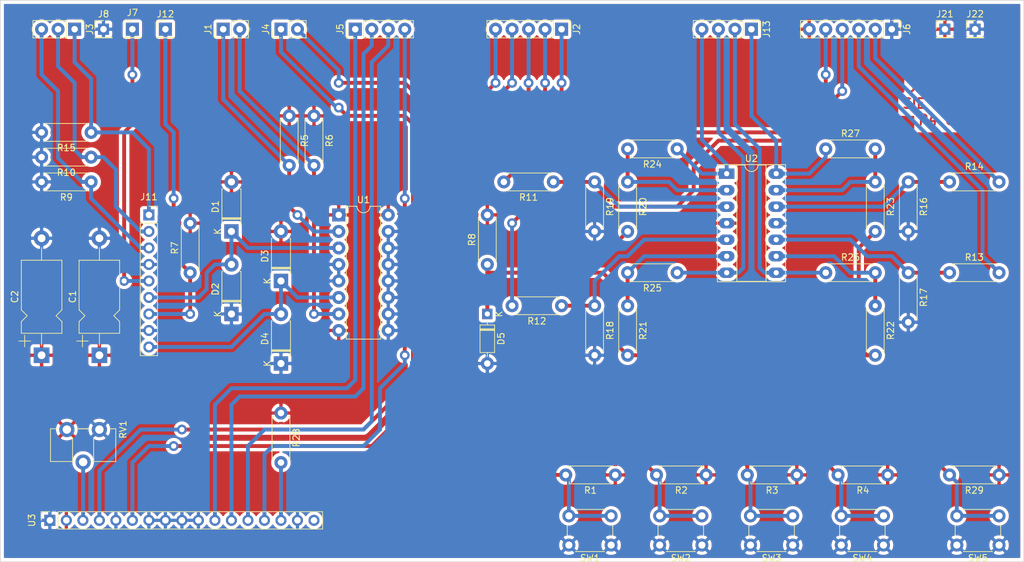
<source format=kicad_pcb>
(kicad_pcb (version 20171130) (host pcbnew 5.1.2-f72e74a~84~ubuntu18.04.1)
  (layers (0 F.Cu signal hide) (31 B.Cu signal) (34 B.Paste user) (35 F.Paste user) (36 B.SilkS user) (37 F.SilkS user) (38 B.Mask user) (39 F.Mask user) (44 Edge.Cuts user))
  (net 0 "")
  (net 1 GND)
  (net 2 "Net-(D1-Pad1)")
  (net 3 "Net-(D3-Pad1)")
  (net 4 "Net-(D5-Pad1)")
  (net 5 "Net-(J1-Pad1)")
  (net 6 "Net-(J2-Pad1)")
  (net 7 "Net-(J4-Pad1)")
  (net 8 "Net-(J5-Pad1)")
  (net 9 "Net-(J11-Pad3)")
  (net 10 "Net-(J11-Pad2)")
  (net 11 "Net-(J11-Pad7)")
  (net 12 "Net-(J13-Pad1)")
  (net 13 +5V)
  (net 14 "Net-(J1-Pad2)")
  (net 15 "Net-(J6-Pad5)")
  (net 16 "Net-(R11-Pad1)")
  (net 17 "Net-(R12-Pad1)")
  (net 18 "Net-(J6-Pad4)")
  (net 19 "Net-(J6-Pad3)")
  (net 20 "Net-(R13-Pad1)")
  (net 21 "Net-(R14-Pad1)")
  (net 22 "Net-(J6-Pad2)")
  (net 23 "Net-(R20-Pad1)")
  (net 24 "Net-(R21-Pad1)")
  (net 25 "Net-(R22-Pad1)")
  (net 26 "Net-(R23-Pad1)")
  (net 27 "Net-(J13-Pad4)")
  (net 28 "Net-(J13-Pad3)")
  (net 29 "Net-(J13-Pad2)")
  (net 30 "Net-(R28-Pad2)")
  (net 31 "Net-(RV1-Pad2)")
  (net 32 "Net-(J11-Pad5)")
  (net 33 "Net-(J2-Pad2)")
  (net 34 "Net-(J2-Pad3)")
  (net 35 "Net-(J2-Pad4)")
  (net 36 "Net-(J2-Pad5)")
  (net 37 "Net-(J11-Pad1)")
  (net 38 "Net-(J4-Pad2)")
  (net 39 "Net-(J5-Pad2)")
  (net 40 "Net-(J5-Pad3)")
  (net 41 "Net-(J5-Pad4)")
  (module Capacitor_THT:CP_Axial_L11.0mm_D6.0mm_P18.00mm_Horizontal (layer F.Cu) (at 31.75 146.05 90)
    (fp_text reference C1 (at 9 -4.12 90) (layer F.SilkS))
    (fp_text value 0.1uF)
    (pad 2 thru_hole oval (at 18 0 90) (size 2.4 2.4) (drill 1.2) (layers *.Cu *.Mask) (net 1 GND))
    (pad 1 thru_hole rect (at 0 0 90) (size 2.4 2.4) (drill 1.2) (layers *.Cu *.Mask) (net 13 +5V))
  )
  (module Capacitor_THT:CP_Axial_L11.0mm_D6.0mm_P18.00mm_Horizontal (layer F.Cu) (at 22.86 146.05 90)
    (fp_text reference C2 (at 9 -4.12 90) (layer F.SilkS))
    (fp_text value 100uF)
    (pad 1 thru_hole rect (at 0 0 90) (size 2.4 2.4) (drill 1.2) (layers *.Cu *.Mask) (net 13 +5V))
    (pad 2 thru_hole oval (at 18 0 90) (size 2.4 2.4) (drill 1.2) (layers *.Cu *.Mask) (net 1 GND))
  )
  (module Diode_THT:D_DO-41_SOD81_P7.62mm_Horizontal (layer F.Cu) (at 52.07 127 90)
    (fp_text reference D1 (at 3.81 -2.47 90) (layer F.SilkS))
    (fp_text value BA157)
    (fp_text user K (at 0 -2.1 90) (layer F.SilkS))
    (pad 2 thru_hole oval (at 7.62 0 90) (size 2.2 2.2) (drill 1.1) (layers *.Cu *.Mask) (net 13 +5V))
    (pad 1 thru_hole rect (at 0 0 90) (size 2.2 2.2) (drill 1.1) (layers *.Cu *.Mask) (net 2 "Net-(D1-Pad1)"))
  )
  (module Diode_THT:D_DO-41_SOD81_P7.62mm_Horizontal (layer F.Cu) (at 52.07 139.7 90)
    (fp_text reference D2 (at 3.81 -2.47 90) (layer F.SilkS))
    (fp_text value BA157)
    (fp_text user K (at 0 -2.1 90) (layer F.SilkS))
    (pad 1 thru_hole rect (at 0 0 90) (size 2.2 2.2) (drill 1.1) (layers *.Cu *.Mask) (net 1 GND))
    (pad 2 thru_hole oval (at 7.62 0 90) (size 2.2 2.2) (drill 1.1) (layers *.Cu *.Mask) (net 2 "Net-(D1-Pad1)"))
  )
  (module Diode_THT:D_DO-41_SOD81_P7.62mm_Horizontal (layer F.Cu) (at 59.69 134.62 90)
    (fp_text reference D3 (at 3.81 -2.47 90) (layer F.SilkS))
    (fp_text value BA157)
    (fp_text user K (at 0 -2.1 90) (layer F.SilkS))
    (pad 1 thru_hole rect (at 0 0 90) (size 2.2 2.2) (drill 1.1) (layers *.Cu *.Mask) (net 3 "Net-(D3-Pad1)"))
    (pad 2 thru_hole oval (at 7.62 0 90) (size 2.2 2.2) (drill 1.1) (layers *.Cu *.Mask) (net 13 +5V))
  )
  (module Diode_THT:D_DO-41_SOD81_P7.62mm_Horizontal (layer F.Cu) (at 59.69 147.32 90)
    (fp_text reference D4 (at 3.81 -2.47 90) (layer F.SilkS))
    (fp_text value BA157)
    (fp_text user K (at 0 -2.1 90) (layer F.SilkS))
    (pad 2 thru_hole oval (at 7.62 0 90) (size 2.2 2.2) (drill 1.1) (layers *.Cu *.Mask) (net 3 "Net-(D3-Pad1)"))
    (pad 1 thru_hole rect (at 0 0 90) (size 2.2 2.2) (drill 1.1) (layers *.Cu *.Mask) (net 1 GND))
  )
  (module Diode_THT:D_DO-35_SOD27_P7.62mm_Horizontal (layer F.Cu) (at 91.44 139.7 270)
    (fp_text reference D5 (at 3.81 -2.12 90) (layer F.SilkS))
    (fp_text value 2V4)
    (fp_text user K (at 0 -1.8 90) (layer F.SilkS))
    (pad 1 thru_hole rect (at 0 0 270) (size 1.6 1.6) (drill 0.8) (layers *.Cu *.Mask) (net 4 "Net-(D5-Pad1)"))
    (pad 2 thru_hole oval (at 7.62 0 270) (size 2 2) (drill 1) (layers *.Cu *.Mask) (net 1 GND))
  )
  (module Connector_PinHeader_2.54mm:PinHeader_1x02_P2.54mm_Vertical (layer F.Cu) (at 50.8 95.885 90)
    (fp_text reference J1 (at 0 -2.33 90) (layer F.SilkS))
    (fp_text value PWM_RD1_5___RD2_6__)
    (pad 1 thru_hole rect (at 0 0 90) (size 2 2) (drill 1) (layers *.Cu *.Mask) (net 5 "Net-(J1-Pad1)"))
    (pad 2 thru_hole oval (at 0 2.54 90) (size 2 2) (drill 1) (layers *.Cu *.Mask) (net 14 "Net-(J1-Pad2)"))
  )
  (module Connector_PinHeader_2.54mm:PinHeader_1x06_P2.54mm_Vertical (layer F.Cu) (at 153.67 95.885 270)
    (fp_text reference J6 (at 0 -2.33 90) (layer F.SilkS))
    (fp_text value HallSensorConnection)
    (pad 1 thru_hole rect (at 0 0 270) (size 2 2) (drill 1) (layers *.Cu *.Mask) (net 1 GND))
    (pad 2 thru_hole oval (at 0 2.54 270) (size 2 2) (drill 1) (layers *.Cu *.Mask) (net 22 "Net-(J6-Pad2)"))
    (pad 3 thru_hole oval (at 0 5.08 270) (size 2 2) (drill 1) (layers *.Cu *.Mask) (net 19 "Net-(J6-Pad3)"))
    (pad 4 thru_hole oval (at 0 7.62 270) (size 2 2) (drill 1) (layers *.Cu *.Mask) (net 18 "Net-(J6-Pad4)"))
    (pad 5 thru_hole oval (at 0 10.16 270) (size 2 2) (drill 1) (layers *.Cu *.Mask) (net 15 "Net-(J6-Pad5)"))
    (pad 6 thru_hole oval (at 0 12.7 270) (size 2 2) (drill 1) (layers *.Cu *.Mask) (net 13 +5V))
  )
  (module Connector_PinHeader_2.54mm:PinHeader_1x01_P2.54mm_Vertical (layer F.Cu) (at 36.83 95.885)
    (fp_text reference J7 (at 0 -2.54) (layer F.SilkS))
    (fp_text value External_8V)
    (pad 1 thru_hole rect (at 0 0) (size 2 2) (drill 1) (layers *.Cu *.Mask) (net 32 "Net-(J11-Pad5)"))
  )
  (module Connector_PinHeader_2.54mm:PinHeader_1x01_P2.54mm_Vertical (layer F.Cu) (at 41.91 95.885)
    (fp_text reference J12 (at 0 -2.33) (layer F.SilkS))
    (fp_text value S_RE3_34)
    (pad 1 thru_hole rect (at 0 0) (size 2 2) (drill 1) (layers *.Cu *.Mask) (net 11 "Net-(J11-Pad7)"))
  )
  (module Connector_PinHeader_2.54mm:PinHeader_1x04_P2.54mm_Vertical (layer F.Cu) (at 132.08 95.885 270)
    (fp_text reference J13 (at 0 -2.33 90) (layer F.SilkS))
    (fp_text value AN0_AN3_54_57_RB0_3)
    (pad 1 thru_hole rect (at 0 0 270) (size 2 2) (drill 1) (layers *.Cu *.Mask) (net 12 "Net-(J13-Pad1)"))
    (pad 2 thru_hole oval (at 0 2.54 270) (size 2 2) (drill 1) (layers *.Cu *.Mask) (net 29 "Net-(J13-Pad2)"))
    (pad 3 thru_hole oval (at 0 5.08 270) (size 2 2) (drill 1) (layers *.Cu *.Mask) (net 28 "Net-(J13-Pad3)"))
    (pad 4 thru_hole oval (at 0 7.62 270) (size 2 2) (drill 1) (layers *.Cu *.Mask) (net 27 "Net-(J13-Pad4)"))
  )
  (module Resistor_THT:R_Axial_DIN0207_L6.3mm_D2.5mm_P7.62mm_Horizontal (layer F.Cu) (at 111.125 164.465 180)
    (fp_text reference R1 (at 3.81 -2.37) (layer F.SilkS))
    (fp_text value 10k)
    (pad 2 thru_hole oval (at 7.62 0 180) (size 2 2) (drill 1) (layers *.Cu *.Mask) (net 36 "Net-(J2-Pad5)"))
    (pad 1 thru_hole oval (at 0 0 180) (size 2 2) (drill 1) (layers *.Cu *.Mask) (net 13 +5V))
  )
  (module Resistor_THT:R_Axial_DIN0207_L6.3mm_D2.5mm_P7.62mm_Horizontal (layer F.Cu) (at 125.095 164.465 180)
    (fp_text reference R2 (at 3.81 -2.37) (layer F.SilkS))
    (fp_text value 10k)
    (pad 1 thru_hole oval (at 0 0 180) (size 2 2) (drill 1) (layers *.Cu *.Mask) (net 13 +5V))
    (pad 2 thru_hole oval (at 7.62 0 180) (size 2 2) (drill 1) (layers *.Cu *.Mask) (net 35 "Net-(J2-Pad4)"))
  )
  (module Resistor_THT:R_Axial_DIN0207_L6.3mm_D2.5mm_P7.62mm_Horizontal (layer F.Cu) (at 139.065 164.465 180)
    (fp_text reference R3 (at 3.81 -2.37) (layer F.SilkS))
    (fp_text value 10k)
    (pad 2 thru_hole oval (at 7.62 0 180) (size 2 2) (drill 1) (layers *.Cu *.Mask) (net 34 "Net-(J2-Pad3)"))
    (pad 1 thru_hole oval (at 0 0 180) (size 2 2) (drill 1) (layers *.Cu *.Mask) (net 13 +5V))
  )
  (module Resistor_THT:R_Axial_DIN0207_L6.3mm_D2.5mm_P7.62mm_Horizontal (layer F.Cu) (at 153.035 164.465 180)
    (fp_text reference R4 (at 3.81 -2.37) (layer F.SilkS))
    (fp_text value 10k)
    (pad 1 thru_hole oval (at 0 0 180) (size 2 2) (drill 1) (layers *.Cu *.Mask) (net 13 +5V))
    (pad 2 thru_hole oval (at 7.62 0 180) (size 2 2) (drill 1) (layers *.Cu *.Mask) (net 33 "Net-(J2-Pad2)"))
  )
  (module Resistor_THT:R_Axial_DIN0207_L6.3mm_D2.5mm_P7.62mm_Horizontal (layer F.Cu) (at 60.96 109.22 270)
    (fp_text reference R5 (at 3.81 -2.37 90) (layer F.SilkS))
    (fp_text value 10k)
    (pad 1 thru_hole oval (at 0 0 270) (size 2 2) (drill 1) (layers *.Cu *.Mask) (net 13 +5V))
    (pad 2 thru_hole oval (at 7.62 0 270) (size 2 2) (drill 1) (layers *.Cu *.Mask) (net 5 "Net-(J1-Pad1)"))
  )
  (module Resistor_THT:R_Axial_DIN0207_L6.3mm_D2.5mm_P7.62mm_Horizontal (layer F.Cu) (at 64.77 109.22 270)
    (fp_text reference R6 (at 3.81 -2.37 90) (layer F.SilkS))
    (fp_text value 10k)
    (pad 1 thru_hole oval (at 0 0 270) (size 2 2) (drill 1) (layers *.Cu *.Mask) (net 13 +5V))
    (pad 2 thru_hole oval (at 7.62 0 270) (size 2 2) (drill 1) (layers *.Cu *.Mask) (net 14 "Net-(J1-Pad2)"))
  )
  (module Resistor_THT:R_Axial_DIN0207_L6.3mm_D2.5mm_P7.62mm_Horizontal (layer F.Cu) (at 45.72 133.35 90)
    (fp_text reference R7 (at 3.81 -2.37 90) (layer F.SilkS))
    (fp_text value 10k)
    (pad 2 thru_hole oval (at 7.62 0 90) (size 2 2) (drill 1) (layers *.Cu *.Mask) (net 13 +5V))
    (pad 1 thru_hole oval (at 0 0 90) (size 2 2) (drill 1) (layers *.Cu *.Mask) (net 11 "Net-(J11-Pad7)"))
  )
  (module Resistor_THT:R_Axial_DIN0207_L6.3mm_D2.5mm_P7.62mm_Horizontal (layer F.Cu) (at 91.44 132.08 90)
    (fp_text reference R8 (at 3.81 -2.37 90) (layer F.SilkS))
    (fp_text value 560)
    (pad 1 thru_hole oval (at 0 0 90) (size 2 2) (drill 1) (layers *.Cu *.Mask) (net 4 "Net-(D5-Pad1)"))
    (pad 2 thru_hole oval (at 7.62 0 90) (size 2 2) (drill 1) (layers *.Cu *.Mask) (net 13 +5V))
  )
  (module Resistor_THT:R_Axial_DIN0207_L6.3mm_D2.5mm_P7.62mm_Horizontal (layer F.Cu) (at 30.48 119.38 180)
    (fp_text reference R9 (at 3.81 -2.37) (layer F.SilkS))
    (fp_text value 1k)
    (pad 2 thru_hole oval (at 7.62 0 180) (size 2 2) (drill 1) (layers *.Cu *.Mask) (net 1 GND))
    (pad 1 thru_hole oval (at 0 0 180) (size 2 2) (drill 1) (layers *.Cu *.Mask) (net 9 "Net-(J11-Pad3)"))
  )
  (module Resistor_THT:R_Axial_DIN0207_L6.3mm_D2.5mm_P7.62mm_Horizontal (layer F.Cu) (at 30.48 115.57 180)
    (fp_text reference R10 (at 3.81 -2.37) (layer F.SilkS))
    (fp_text value 1k)
    (pad 1 thru_hole oval (at 0 0 180) (size 2 2) (drill 1) (layers *.Cu *.Mask) (net 10 "Net-(J11-Pad2)"))
    (pad 2 thru_hole oval (at 7.62 0 180) (size 2 2) (drill 1) (layers *.Cu *.Mask) (net 1 GND))
  )
  (module Resistor_THT:R_Axial_DIN0207_L6.3mm_D2.5mm_P7.62mm_Horizontal (layer F.Cu) (at 101.6 119.38 180)
    (fp_text reference R11 (at 3.81 -2.37) (layer F.SilkS))
    (fp_text value 10k)
    (pad 2 thru_hole oval (at 7.62 0 180) (size 2 2) (drill 1) (layers *.Cu *.Mask) (net 15 "Net-(J6-Pad5)"))
    (pad 1 thru_hole oval (at 0 0 180) (size 2 2) (drill 1) (layers *.Cu *.Mask) (net 16 "Net-(R11-Pad1)"))
  )
  (module Resistor_THT:R_Axial_DIN0207_L6.3mm_D2.5mm_P7.62mm_Horizontal (layer F.Cu) (at 102.87 138.43 180)
    (fp_text reference R12 (at 3.81 -2.37) (layer F.SilkS))
    (fp_text value 10k)
    (pad 1 thru_hole oval (at 0 0 180) (size 2 2) (drill 1) (layers *.Cu *.Mask) (net 17 "Net-(R12-Pad1)"))
    (pad 2 thru_hole oval (at 7.62 0 180) (size 2 2) (drill 1) (layers *.Cu *.Mask) (net 18 "Net-(J6-Pad4)"))
  )
  (module Resistor_THT:R_Axial_DIN0207_L6.3mm_D2.5mm_P7.62mm_Horizontal (layer F.Cu) (at 162.56 133.35)
    (fp_text reference R13 (at 3.81 -2.37) (layer F.SilkS))
    (fp_text value 10k)
    (pad 2 thru_hole oval (at 7.62 0) (size 2 2) (drill 1) (layers *.Cu *.Mask) (net 19 "Net-(J6-Pad3)"))
    (pad 1 thru_hole oval (at 0 0) (size 2 2) (drill 1) (layers *.Cu *.Mask) (net 20 "Net-(R13-Pad1)"))
  )
  (module Resistor_THT:R_Axial_DIN0207_L6.3mm_D2.5mm_P7.62mm_Horizontal (layer F.Cu) (at 162.56 119.38)
    (fp_text reference R14 (at 3.81 -2.37) (layer F.SilkS))
    (fp_text value 10k)
    (pad 1 thru_hole oval (at 0 0) (size 2 2) (drill 1) (layers *.Cu *.Mask) (net 21 "Net-(R14-Pad1)"))
    (pad 2 thru_hole oval (at 7.62 0) (size 2 2) (drill 1) (layers *.Cu *.Mask) (net 22 "Net-(J6-Pad2)"))
  )
  (module Resistor_THT:R_Axial_DIN0207_L6.3mm_D2.5mm_P7.62mm_Horizontal (layer F.Cu) (at 30.48 111.76 180)
    (fp_text reference R15 (at 3.81 -2.37) (layer F.SilkS))
    (fp_text value 1k)
    (pad 2 thru_hole oval (at 7.62 0 180) (size 2 2) (drill 1) (layers *.Cu *.Mask) (net 1 GND))
    (pad 1 thru_hole oval (at 0 0 180) (size 2 2) (drill 1) (layers *.Cu *.Mask) (net 37 "Net-(J11-Pad1)"))
  )
  (module Resistor_THT:R_Axial_DIN0207_L6.3mm_D2.5mm_P7.62mm_Horizontal (layer F.Cu) (at 156.21 119.38 270)
    (fp_text reference R16 (at 3.81 -2.37 90) (layer F.SilkS))
    (fp_text value 330k)
    (pad 2 thru_hole oval (at 7.62 0 270) (size 2 2) (drill 1) (layers *.Cu *.Mask) (net 1 GND))
    (pad 1 thru_hole oval (at 0 0 270) (size 2 2) (drill 1) (layers *.Cu *.Mask) (net 21 "Net-(R14-Pad1)"))
  )
  (module Resistor_THT:R_Axial_DIN0207_L6.3mm_D2.5mm_P7.62mm_Horizontal (layer F.Cu) (at 156.21 133.35 270)
    (fp_text reference R17 (at 3.81 -2.37 90) (layer F.SilkS))
    (fp_text value 330k)
    (pad 1 thru_hole oval (at 0 0 270) (size 2 2) (drill 1) (layers *.Cu *.Mask) (net 20 "Net-(R13-Pad1)"))
    (pad 2 thru_hole oval (at 7.62 0 270) (size 2 2) (drill 1) (layers *.Cu *.Mask) (net 1 GND))
  )
  (module Resistor_THT:R_Axial_DIN0207_L6.3mm_D2.5mm_P7.62mm_Horizontal (layer F.Cu) (at 107.95 138.43 270)
    (fp_text reference R18 (at 3.81 -2.37 90) (layer F.SilkS))
    (fp_text value 330k)
    (pad 2 thru_hole oval (at 7.62 0 270) (size 2 2) (drill 1) (layers *.Cu *.Mask) (net 1 GND))
    (pad 1 thru_hole oval (at 0 0 270) (size 2 2) (drill 1) (layers *.Cu *.Mask) (net 17 "Net-(R12-Pad1)"))
  )
  (module Resistor_THT:R_Axial_DIN0207_L6.3mm_D2.5mm_P7.62mm_Horizontal (layer F.Cu) (at 107.95 119.38 270)
    (fp_text reference R19 (at 3.81 -2.37 90) (layer F.SilkS))
    (fp_text value 330k)
    (pad 1 thru_hole oval (at 0 0 270) (size 2 2) (drill 1) (layers *.Cu *.Mask) (net 16 "Net-(R11-Pad1)"))
    (pad 2 thru_hole oval (at 7.62 0 270) (size 2 2) (drill 1) (layers *.Cu *.Mask) (net 1 GND))
  )
  (module Resistor_THT:R_Axial_DIN0207_L6.3mm_D2.5mm_P7.62mm_Horizontal (layer F.Cu) (at 113.03 119.38 270)
    (fp_text reference R20 (at 3.81 -2.37 90) (layer F.SilkS))
    (fp_text value 10k)
    (pad 1 thru_hole oval (at 0 0 270) (size 2 2) (drill 1) (layers *.Cu *.Mask) (net 23 "Net-(R20-Pad1)"))
    (pad 2 thru_hole oval (at 7.62 0 270) (size 2 2) (drill 1) (layers *.Cu *.Mask) (net 4 "Net-(D5-Pad1)"))
  )
  (module Resistor_THT:R_Axial_DIN0207_L6.3mm_D2.5mm_P7.62mm_Horizontal (layer F.Cu) (at 113.03 138.43 270)
    (fp_text reference R21 (at 3.81 -2.37 90) (layer F.SilkS))
    (fp_text value 10k)
    (pad 2 thru_hole oval (at 7.62 0 270) (size 2 2) (drill 1) (layers *.Cu *.Mask) (net 4 "Net-(D5-Pad1)"))
    (pad 1 thru_hole oval (at 0 0 270) (size 2 2) (drill 1) (layers *.Cu *.Mask) (net 24 "Net-(R21-Pad1)"))
  )
  (module Resistor_THT:R_Axial_DIN0207_L6.3mm_D2.5mm_P7.62mm_Horizontal (layer F.Cu) (at 151.13 138.43 270)
    (fp_text reference R22 (at 3.81 -2.37 90) (layer F.SilkS))
    (fp_text value 10k)
    (pad 1 thru_hole circle (at 0 0 270) (size 2 2) (drill 0.8) (layers *.Cu *.Mask) (net 25 "Net-(R22-Pad1)"))
    (pad 2 thru_hole oval (at 7.62 0 270) (size 2 2) (drill 1) (layers *.Cu *.Mask) (net 4 "Net-(D5-Pad1)"))
  )
  (module Resistor_THT:R_Axial_DIN0207_L6.3mm_D2.5mm_P7.62mm_Horizontal (layer F.Cu) (at 151.13 119.38 270)
    (fp_text reference R23 (at 3.81 -2.37 90) (layer F.SilkS))
    (fp_text value 10k)
    (pad 2 thru_hole oval (at 7.62 0 270) (size 2 2) (drill 1) (layers *.Cu *.Mask) (net 4 "Net-(D5-Pad1)"))
    (pad 1 thru_hole oval (at 0 0 270) (size 2 2) (drill 1) (layers *.Cu *.Mask) (net 26 "Net-(R23-Pad1)"))
  )
  (module Resistor_THT:R_Axial_DIN0207_L6.3mm_D2.5mm_P7.62mm_Horizontal (layer F.Cu) (at 120.65 114.3 180)
    (fp_text reference R24 (at 3.81 -2.37) (layer F.SilkS))
    (fp_text value 330k)
    (pad 2 thru_hole oval (at 7.62 0 180) (size 2 2) (drill 1) (layers *.Cu *.Mask) (net 23 "Net-(R20-Pad1)"))
    (pad 1 thru_hole oval (at 0 0 180) (size 2 2) (drill 1) (layers *.Cu *.Mask) (net 27 "Net-(J13-Pad4)"))
  )
  (module Resistor_THT:R_Axial_DIN0207_L6.3mm_D2.5mm_P7.62mm_Horizontal (layer F.Cu) (at 120.65 133.35 180)
    (fp_text reference R25 (at 3.81 -2.37) (layer F.SilkS))
    (fp_text value 330k)
    (pad 1 thru_hole oval (at 0 0 180) (size 2 2) (drill 1) (layers *.Cu *.Mask) (net 28 "Net-(J13-Pad3)"))
    (pad 2 thru_hole oval (at 7.62 0 180) (size 2 2) (drill 1) (layers *.Cu *.Mask) (net 24 "Net-(R21-Pad1)"))
  )
  (module Resistor_THT:R_Axial_DIN0207_L6.3mm_D2.5mm_P7.62mm_Horizontal (layer F.Cu) (at 143.51 133.35)
    (fp_text reference R26 (at 3.81 -2.37) (layer F.SilkS))
    (fp_text value 330k)
    (pad 1 thru_hole oval (at 0 0) (size 2 2) (drill 1) (layers *.Cu *.Mask) (net 29 "Net-(J13-Pad2)"))
    (pad 2 thru_hole oval (at 7.62 0) (size 2 2) (drill 1) (layers *.Cu *.Mask) (net 25 "Net-(R22-Pad1)"))
  )
  (module Resistor_THT:R_Axial_DIN0207_L6.3mm_D2.5mm_P7.62mm_Horizontal (layer F.Cu) (at 143.51 114.3)
    (fp_text reference R27 (at 3.81 -2.37) (layer F.SilkS))
    (fp_text value 330k)
    (pad 2 thru_hole oval (at 7.62 0) (size 2 2) (drill 1) (layers *.Cu *.Mask) (net 26 "Net-(R23-Pad1)"))
    (pad 1 thru_hole oval (at 0 0) (size 2 2) (drill 1) (layers *.Cu *.Mask) (net 12 "Net-(J13-Pad1)"))
  )
  (module Resistor_THT:R_Axial_DIN0207_L6.3mm_D2.5mm_P7.62mm_Horizontal (layer F.Cu) (at 59.69 154.94 270)
    (fp_text reference R28 (at 3.81 -2.37 90) (layer F.SilkS))
    (fp_text value 220)
    (pad 1 thru_hole oval (at 0 0 270) (size 2 2) (drill 1) (layers *.Cu *.Mask) (net 13 +5V))
    (pad 2 thru_hole oval (at 7.62 0 270) (size 2 2) (drill 1) (layers *.Cu *.Mask) (net 30 "Net-(R28-Pad2)"))
  )
  (module Resistor_THT:R_Axial_DIN0207_L6.3mm_D2.5mm_P7.62mm_Horizontal (layer F.Cu) (at 170.18 164.465 180)
    (fp_text reference R29 (at 3.81 -2.37) (layer F.SilkS))
    (fp_text value 10k)
    (pad 2 thru_hole oval (at 7.62 0 180) (size 2 2) (drill 1) (layers *.Cu *.Mask) (net 6 "Net-(J2-Pad1)"))
    (pad 1 thru_hole oval (at 0 0 180) (size 2 2) (drill 1) (layers *.Cu *.Mask) (net 13 +5V))
  )
  (module Potentiometer_THT:Potentiometer_ACP_CA9-H5_Horizontal (layer F.Cu) (at 31.75 157.48 270)
    (fp_text reference RV1 (at 0 -3.65 90) (layer F.SilkS))
    (fp_text value 10k)
    (pad 3 thru_hole circle (at 0 5 270) (size 2.34 2.34) (drill 1.3) (layers *.Cu *.Mask) (net 13 +5V))
    (pad 2 thru_hole circle (at 5 2.5 270) (size 2.34 2.34) (drill 1.3) (layers *.Cu *.Mask) (net 31 "Net-(RV1-Pad2)"))
    (pad 1 thru_hole circle (at 0 0 270) (size 2.34 2.34) (drill 1.3) (layers *.Cu *.Mask) (net 1 GND))
  )
  (module Button_Switch_THT:SW_PUSH_6mm_H5mm (layer F.Cu) (at 110.49 175.26 180)
    (fp_text reference SW1 (at 3.25 -2) (layer F.SilkS))
    (fp_text value SW_Push)
    (pad 2 thru_hole circle (at 0 4.5 270) (size 2 2) (drill 1.1) (layers *.Cu *.Mask) (net 36 "Net-(J2-Pad5)"))
    (pad 1 thru_hole circle (at 0 0 270) (size 2 2) (drill 1.1) (layers *.Cu *.Mask) (net 1 GND))
    (pad 2 thru_hole circle (at 6.5 4.5 270) (size 2 2) (drill 1.1) (layers *.Cu *.Mask) (net 36 "Net-(J2-Pad5)"))
    (pad 1 thru_hole circle (at 6.5 0 270) (size 2 2) (drill 1.1) (layers *.Cu *.Mask) (net 1 GND))
  )
  (module Button_Switch_THT:SW_PUSH_6mm_H5mm (layer F.Cu) (at 124.46 175.26 180)
    (fp_text reference SW2 (at 3.25 -2) (layer F.SilkS))
    (fp_text value SW_Push)
    (pad 1 thru_hole circle (at 6.5 0 270) (size 2 2) (drill 1.1) (layers *.Cu *.Mask) (net 1 GND))
    (pad 2 thru_hole circle (at 6.5 4.5 270) (size 2 2) (drill 1.1) (layers *.Cu *.Mask) (net 35 "Net-(J2-Pad4)"))
    (pad 1 thru_hole circle (at 0 0 270) (size 2 2) (drill 1.1) (layers *.Cu *.Mask) (net 1 GND))
    (pad 2 thru_hole circle (at 0 4.5 270) (size 2 2) (drill 1.1) (layers *.Cu *.Mask) (net 35 "Net-(J2-Pad4)"))
  )
  (module Button_Switch_THT:SW_PUSH_6mm_H5mm (layer F.Cu) (at 138.43 175.26 180)
    (fp_text reference SW3 (at 3.25 -2) (layer F.SilkS))
    (fp_text value SW_Push)
    (pad 2 thru_hole circle (at 0 4.5 270) (size 2 2) (drill 1.1) (layers *.Cu *.Mask) (net 34 "Net-(J2-Pad3)"))
    (pad 1 thru_hole circle (at 0 0 270) (size 2 2) (drill 1.1) (layers *.Cu *.Mask) (net 1 GND))
    (pad 2 thru_hole circle (at 6.5 4.5 270) (size 2 2) (drill 1.1) (layers *.Cu *.Mask) (net 34 "Net-(J2-Pad3)"))
    (pad 1 thru_hole circle (at 6.5 0 270) (size 2 2) (drill 1.1) (layers *.Cu *.Mask) (net 1 GND))
  )
  (module Button_Switch_THT:SW_PUSH_6mm_H5mm (layer F.Cu) (at 152.4 175.26 180)
    (fp_text reference SW4 (at 3.25 -2) (layer F.SilkS))
    (fp_text value SW_Push)
    (pad 1 thru_hole circle (at 6.5 0 270) (size 2 2) (drill 1.1) (layers *.Cu *.Mask) (net 1 GND))
    (pad 2 thru_hole circle (at 6.5 4.5 270) (size 2 2) (drill 1.1) (layers *.Cu *.Mask) (net 33 "Net-(J2-Pad2)"))
    (pad 1 thru_hole circle (at 0 0 270) (size 2 2) (drill 1.1) (layers *.Cu *.Mask) (net 1 GND))
    (pad 2 thru_hole circle (at 0 4.5 270) (size 2 2) (drill 1.1) (layers *.Cu *.Mask) (net 33 "Net-(J2-Pad2)"))
  )
  (module Button_Switch_THT:SW_PUSH_6mm_H5mm (layer F.Cu) (at 170.18 175.26 180)
    (fp_text reference SW5 (at 3.25 -2) (layer F.SilkS))
    (fp_text value SW_Push)
    (pad 2 thru_hole circle (at 0 4.5 270) (size 2 2) (drill 1.1) (layers *.Cu *.Mask) (net 6 "Net-(J2-Pad1)"))
    (pad 1 thru_hole circle (at 0 0 270) (size 2 2) (drill 1.1) (layers *.Cu *.Mask) (net 1 GND))
    (pad 2 thru_hole circle (at 6.5 4.5 270) (size 2 2) (drill 1.1) (layers *.Cu *.Mask) (net 6 "Net-(J2-Pad1)"))
    (pad 1 thru_hole circle (at 6.5 0 270) (size 2 2) (drill 1.1) (layers *.Cu *.Mask) (net 1 GND))
  )
  (module Package_DIP:DIP-16_W7.62mm (layer F.Cu) (at 68.58 124.46)
    (fp_text reference U1 (at 3.81 -2.33) (layer F.SilkS))
    (fp_text value L293NE)
    (pad 1 thru_hole rect (at 0 0) (size 2 2) (drill 1) (layers *.Cu *.Mask) (net 13 +5V))
    (pad 9 thru_hole oval (at 7.62 17.78) (size 2 2) (drill 1) (layers *.Cu *.Mask) (net 1 GND))
    (pad 2 thru_hole oval (at 0 2.54) (size 2 2) (drill 1) (layers *.Cu *.Mask) (net 5 "Net-(J1-Pad1)"))
    (pad 10 thru_hole oval (at 7.62 15.24) (size 2 2) (drill 1) (layers *.Cu *.Mask) (net 1 GND))
    (pad 3 thru_hole oval (at 0 5.08) (size 2 2) (drill 1) (layers *.Cu *.Mask) (net 2 "Net-(D1-Pad1)"))
    (pad 11 thru_hole oval (at 7.62 12.7) (size 2 2) (drill 1) (layers *.Cu *.Mask) (net 1 GND))
    (pad 4 thru_hole oval (at 0 7.62) (size 2 2) (drill 1) (layers *.Cu *.Mask) (net 1 GND))
    (pad 12 thru_hole oval (at 7.62 10.16) (size 2 2) (drill 1) (layers *.Cu *.Mask) (net 1 GND))
    (pad 5 thru_hole oval (at 0 10.16) (size 2 2) (drill 1) (layers *.Cu *.Mask) (net 1 GND))
    (pad 13 thru_hole oval (at 7.62 7.62) (size 2 2) (drill 1) (layers *.Cu *.Mask) (net 1 GND))
    (pad 6 thru_hole oval (at 0 12.7) (size 2 2) (drill 1) (layers *.Cu *.Mask) (net 3 "Net-(D3-Pad1)"))
    (pad 14 thru_hole oval (at 7.62 5.08) (size 2 2) (drill 1) (layers *.Cu *.Mask) (net 1 GND))
    (pad 7 thru_hole oval (at 0 15.24) (size 2 2) (drill 1) (layers *.Cu *.Mask) (net 14 "Net-(J1-Pad2)"))
    (pad 15 thru_hole oval (at 7.62 2.54) (size 2 2) (drill 1) (layers *.Cu *.Mask) (net 1 GND))
    (pad 8 thru_hole oval (at 0 17.78) (size 2 2) (drill 1) (layers *.Cu *.Mask) (net 13 +5V))
    (pad 16 thru_hole oval (at 7.62 0) (size 2 2) (drill 1) (layers *.Cu *.Mask) (net 13 +5V))
  )
  (module Package_DIP:DIP-14_W7.62mm_Socket_LongPads (layer F.Cu) (at 128.27 118.11)
    (fp_text reference U2 (at 3.81 -2.33) (layer F.SilkS))
    (fp_text value TL084)
    (pad 1 thru_hole rect (at 0 0) (size 2.4 1.6) (drill 0.8) (layers *.Cu *.Mask) (net 27 "Net-(J13-Pad4)"))
    (pad 8 thru_hole oval (at 7.62 15.24) (size 2.4 1.6) (drill 0.8) (layers *.Cu *.Mask) (net 29 "Net-(J13-Pad2)"))
    (pad 2 thru_hole oval (at 0 2.54) (size 2.4 1.6) (drill 0.8) (layers *.Cu *.Mask) (net 23 "Net-(R20-Pad1)"))
    (pad 9 thru_hole oval (at 7.62 12.7) (size 2.4 1.6) (drill 0.8) (layers *.Cu *.Mask) (net 25 "Net-(R22-Pad1)"))
    (pad 3 thru_hole oval (at 0 5.08) (size 2.4 1.6) (drill 0.8) (layers *.Cu *.Mask) (net 16 "Net-(R11-Pad1)"))
    (pad 10 thru_hole oval (at 7.62 10.16) (size 2.4 1.6) (drill 0.8) (layers *.Cu *.Mask) (net 20 "Net-(R13-Pad1)"))
    (pad 4 thru_hole oval (at 0 7.62) (size 2.4 1.6) (drill 0.8) (layers *.Cu *.Mask) (net 13 +5V))
    (pad 11 thru_hole oval (at 7.62 7.62) (size 2.4 1.6) (drill 0.8) (layers *.Cu *.Mask) (net 1 GND))
    (pad 5 thru_hole oval (at 0 10.16) (size 2.4 1.6) (drill 0.8) (layers *.Cu *.Mask) (net 17 "Net-(R12-Pad1)"))
    (pad 12 thru_hole oval (at 7.62 5.08) (size 2.4 1.6) (drill 0.8) (layers *.Cu *.Mask) (net 21 "Net-(R14-Pad1)"))
    (pad 6 thru_hole oval (at 0 12.7) (size 2.4 1.6) (drill 0.8) (layers *.Cu *.Mask) (net 24 "Net-(R21-Pad1)"))
    (pad 13 thru_hole oval (at 7.62 2.54) (size 2.4 1.6) (drill 0.8) (layers *.Cu *.Mask) (net 26 "Net-(R23-Pad1)"))
    (pad 7 thru_hole oval (at 0 15.24) (size 2.4 1.6) (drill 0.8) (layers *.Cu *.Mask) (net 28 "Net-(J13-Pad3)"))
    (pad 14 thru_hole oval (at 7.62 0) (size 2.4 1.6) (drill 0.8) (layers *.Cu *.Mask) (net 12 "Net-(J13-Pad1)"))
  )
  (module Connector_PinHeader_2.54mm:PinHeader_1x01_P2.54mm_Vertical (layer F.Cu) (at 161.845001 95.885)
    (fp_text reference J21 (at 0 -2.33) (layer F.SilkS))
    (fp_text value 5V)
    (pad 1 thru_hole rect (at 0 0) (size 1.7 1.7) (drill 1) (layers *.Cu *.Mask) (net 13 +5V))
  )
  (module Connector_PinHeader_2.54mm:PinHeader_1x01_P2.54mm_Vertical (layer F.Cu) (at 166.495001 95.885)
    (fp_text reference J22 (at 0 -2.33) (layer F.SilkS))
    (fp_text value GND)
    (pad 1 thru_hole rect (at 0 0) (size 1.7 1.7) (drill 1) (layers *.Cu *.Mask) (net 1 GND))
  )
  (module Connector_PinSocket_2.54mm:PinSocket_1x09_P2.54mm_Vertical (layer F.Cu) (at 39.37 124.46)
    (fp_text reference J11 (at 0 -2.77) (layer F.SilkS))
    (fp_text value "Ficha DB9F")
    (pad 1 thru_hole rect (at 0 0) (size 1.7 1.7) (drill 1) (layers *.Cu *.Mask) (net 37 "Net-(J11-Pad1)"))
    (pad 2 thru_hole oval (at 0 2.54) (size 1.7 1.7) (drill 1) (layers *.Cu *.Mask) (net 10 "Net-(J11-Pad2)"))
    (pad 3 thru_hole oval (at 0 5.08) (size 1.7 1.7) (drill 1) (layers *.Cu *.Mask) (net 9 "Net-(J11-Pad3)"))
    (pad 4 thru_hole oval (at 0 7.62) (size 1.7 1.7) (drill 1) (layers *.Cu *.Mask) (net 1 GND))
    (pad 5 thru_hole oval (at 0 10.16) (size 1.7 1.7) (drill 1) (layers *.Cu *.Mask) (net 32 "Net-(J11-Pad5)"))
    (pad 6 thru_hole oval (at 0 12.7) (size 1.7 1.7) (drill 1) (layers *.Cu *.Mask) (net 2 "Net-(D1-Pad1)"))
    (pad 7 thru_hole oval (at 0 15.24) (size 1.7 1.7) (drill 1) (layers *.Cu *.Mask) (net 11 "Net-(J11-Pad7)"))
    (pad 8 thru_hole oval (at 0 17.78) (size 1.7 1.7) (drill 1) (layers *.Cu *.Mask) (net 1 GND))
    (pad 9 thru_hole oval (at 0 20.32) (size 1.7 1.7) (drill 1) (layers *.Cu *.Mask) (net 3 "Net-(D3-Pad1)"))
  )
  (module Connector_PinSocket_2.54mm:PinSocket_1x17_P2.54mm_Vertical (layer F.Cu) (at 24.13 171.45 90)
    (fp_text reference U3 (at 0 -2.77 90) (layer F.SilkS))
    (fp_text value RC1602A)
    (pad 1 thru_hole rect (at 0 0 90) (size 1.7 1.7) (drill 1) (layers *.Cu *.Mask) (net 1 GND))
    (pad 2 thru_hole oval (at 0 2.54 90) (size 1.7 1.7) (drill 1) (layers *.Cu *.Mask) (net 13 +5V))
    (pad 3 thru_hole oval (at 0 5.08 90) (size 1.7 1.7) (drill 1) (layers *.Cu *.Mask) (net 31 "Net-(RV1-Pad2)"))
    (pad 4 thru_hole oval (at 0 7.62 90) (size 1.7 1.7) (drill 1) (layers *.Cu *.Mask) (net 7 "Net-(J4-Pad1)"))
    (pad 5 thru_hole oval (at 0 10.16 90) (size 1.7 1.7) (drill 1) (layers *.Cu *.Mask) (net 1 GND))
    (pad 6 thru_hole oval (at 0 12.7 90) (size 1.7 1.7) (drill 1) (layers *.Cu *.Mask) (net 38 "Net-(J4-Pad2)"))
    (pad 7 thru_hole oval (at 0 15.24 90) (size 1.7 1.7) (drill 1) (layers *.Cu *.Mask) (net 1 GND))
    (pad 8 thru_hole oval (at 0 17.78 90) (size 1.7 1.7) (drill 1) (layers *.Cu *.Mask) (net 1 GND))
    (pad 9 thru_hole oval (at 0 20.32 90) (size 1.7 1.7) (drill 1) (layers *.Cu *.Mask) (net 1 GND))
    (pad 10 thru_hole oval (at 0 22.86 90) (size 1.7 1.7) (drill 1) (layers *.Cu *.Mask) (net 1 GND))
    (pad 11 thru_hole oval (at 0 25.4 90) (size 1.7 1.7) (drill 1) (layers *.Cu *.Mask) (net 8 "Net-(J5-Pad1)"))
    (pad 12 thru_hole oval (at 0 27.94 90) (size 1.7 1.7) (drill 1) (layers *.Cu *.Mask) (net 39 "Net-(J5-Pad2)"))
    (pad 13 thru_hole oval (at 0 30.48 90) (size 1.7 1.7) (drill 1) (layers *.Cu *.Mask) (net 40 "Net-(J5-Pad3)"))
    (pad 14 thru_hole oval (at 0 33.02 90) (size 1.7 1.7) (drill 1) (layers *.Cu *.Mask) (net 41 "Net-(J5-Pad4)"))
    (pad 15 thru_hole oval (at 0 35.56 90) (size 1.7 1.7) (drill 1) (layers *.Cu *.Mask) (net 30 "Net-(R28-Pad2)"))
    (pad 16 thru_hole oval (at 0 38.1 90) (size 1.7 1.7) (drill 1) (layers *.Cu *.Mask) (net 1 GND))
    (pad 17 thru_hole oval (at 0 40.64 90) (size 1.7 1.7) (drill 1) (layers *.Cu *.Mask))
  )
  (module Connector_PinHeader_2.54mm:PinHeader_1x05_P2.54mm_Vertical (layer F.Cu) (at 102.87 95.885 270)
    (fp_text reference J2 (at 0 -2.33 90) (layer F.SilkS))
    (fp_text value PushBottuns)
    (pad 1 thru_hole rect (at 0 0 270) (size 2 2) (drill 1) (layers *.Cu *.Mask) (net 6 "Net-(J2-Pad1)"))
    (pad 2 thru_hole oval (at 0 2.54 270) (size 2 2) (drill 1) (layers *.Cu *.Mask) (net 33 "Net-(J2-Pad2)"))
    (pad 3 thru_hole oval (at 0 5.08 270) (size 2 2) (drill 1) (layers *.Cu *.Mask) (net 34 "Net-(J2-Pad3)"))
    (pad 4 thru_hole oval (at 0 7.62 270) (size 2 2) (drill 1) (layers *.Cu *.Mask) (net 35 "Net-(J2-Pad4)"))
    (pad 5 thru_hole oval (at 0 10.16 270) (size 2 2) (drill 1) (layers *.Cu *.Mask) (net 36 "Net-(J2-Pad5)"))
  )
  (module Connector_PinHeader_2.54mm:PinHeader_1x03_P2.54mm_Vertical (layer F.Cu) (at 27.94 95.885 270)
    (fp_text reference J3 (at 0 -2.33 90) (layer F.SilkS))
    (fp_text value Encoder_Phase)
    (pad 1 thru_hole rect (at 0 0 270) (size 2 2) (drill 1) (layers *.Cu *.Mask) (net 37 "Net-(J11-Pad1)"))
    (pad 2 thru_hole oval (at 0 2.54 270) (size 2 2) (drill 1) (layers *.Cu *.Mask) (net 10 "Net-(J11-Pad2)"))
    (pad 3 thru_hole oval (at 0 5.08 270) (size 2 2) (drill 1) (layers *.Cu *.Mask) (net 9 "Net-(J11-Pad3)"))
  )
  (module Connector_PinHeader_2.54mm:PinHeader_1x02_P2.54mm_Vertical (layer F.Cu) (at 59.69 95.885 90)
    (fp_text reference J4 (at 0 -2.33 90) (layer F.SilkS))
    (fp_text value RS_EN_Conn)
    (pad 1 thru_hole rect (at 0 0 90) (size 2 2) (drill 1) (layers *.Cu *.Mask) (net 7 "Net-(J4-Pad1)"))
    (pad 2 thru_hole oval (at 0 2.54 90) (size 2 2) (drill 1) (layers *.Cu *.Mask) (net 38 "Net-(J4-Pad2)"))
  )
  (module Connector_PinHeader_2.54mm:PinHeader_1x04_P2.54mm_Vertical (layer F.Cu) (at 71.12 95.885 90)
    (fp_text reference J5 (at 0 -2.33 90) (layer F.SilkS))
    (fp_text value LCD_Data_pins)
    (pad 1 thru_hole rect (at 0 0 90) (size 2 2) (drill 1) (layers *.Cu *.Mask) (net 8 "Net-(J5-Pad1)"))
    (pad 2 thru_hole oval (at 0 2.54 90) (size 2 2) (drill 1) (layers *.Cu *.Mask) (net 39 "Net-(J5-Pad2)"))
    (pad 3 thru_hole oval (at 0 5.08 90) (size 2 2) (drill 1) (layers *.Cu *.Mask) (net 40 "Net-(J5-Pad3)"))
    (pad 4 thru_hole oval (at 0 7.62 90) (size 2 2) (drill 1) (layers *.Cu *.Mask) (net 41 "Net-(J5-Pad4)"))
  )
  (module Connector_PinHeader_2.54mm:PinHeader_1x01_P2.54mm_Vertical (layer F.Cu) (at 32.385 95.885)
    (fp_text reference J8 (at 0 -2.33) (layer F.SilkS))
    (fp_text value GND)
    (pad 1 thru_hole rect (at 0 0) (size 1.7 1.7) (drill 1) (layers *.Cu *.Mask) (net 1 GND))
  )
  (gr_text "P4 G6" (at 161.29 109.855) (layer F.Cu) (effects (font (size 1.5 1.5) (thickness 0.3))))
  (gr_text "SIE 18/19" (at 161.29 107.315) (layer F.Cu) (effects (font (size 1.5 1.5) (thickness 0.3))))
  (gr_text "JC & HM" (at 161.29 104.775) (layer F.Cu) (effects (font (size 1.5 1.5) (thickness 0.3))))
  (gr_line (start 16.51 148.59) (end 16.51 177.8) (layer Edge.Cuts) (width 0.1))
  (gr_line (start 16.51 91.44) (end 16.51 148.59) (layer Edge.Cuts) (width 0.1))
  (gr_line (start 173.99 91.44) (end 16.51 91.44) (layer Edge.Cuts) (width 0.1))
  (gr_line (start 173.99 177.8) (end 173.99 91.44) (layer Edge.Cuts) (width 0.1))
  (gr_line (start 16.51 177.8) (end 173.99 177.8) (layer Edge.Cuts) (width 0.1))
  (segment (start 54.61 129.54) (end 52.07 127) (width 0.6) (layer B.Cu) (net 2))
  (segment (start 68.58 129.54) (end 54.61 129.54) (width 0.6) (layer B.Cu) (net 2))
  (segment (start 52.07 127) (end 52.07 132.08) (width 0.6) (layer B.Cu) (net 2))
  (segment (start 48.26 135.89) (end 46.99 137.16) (width 0.6) (layer B.Cu) (net 2))
  (segment (start 48.26 133.35) (end 48.26 135.89) (width 0.6) (layer B.Cu) (net 2))
  (segment (start 46.99 137.16) (end 39.37 137.16) (width 0.6) (layer B.Cu) (net 2))
  (segment (start 52.07 132.08) (end 49.53 132.08) (width 0.6) (layer B.Cu) (net 2))
  (segment (start 49.53 132.08) (end 48.26 133.35) (width 0.6) (layer B.Cu) (net 2))
  (segment (start 59.69 139.7) (end 59.69 134.62) (width 0.6) (layer B.Cu) (net 3))
  (segment (start 68.58 137.16) (end 62.23 137.16) (width 0.6) (layer B.Cu) (net 3))
  (segment (start 62.23 137.16) (end 59.69 134.62) (width 0.6) (layer B.Cu) (net 3))
  (segment (start 59.69 139.7) (end 57.15 139.7) (width 0.6) (layer B.Cu) (net 3))
  (segment (start 52.07 144.78) (end 39.37 144.78) (width 0.6) (layer B.Cu) (net 3))
  (segment (start 57.15 139.7) (end 52.07 144.78) (width 0.6) (layer B.Cu) (net 3))
  (segment (start 91.44 133.35) (end 106.68 133.35) (width 0.6) (layer F.Cu) (net 4))
  (segment (start 91.44 139.7) (end 91.44 133.35) (width 0.6) (layer F.Cu) (net 4))
  (segment (start 106.68 133.35) (end 113.03 127) (width 0.6) (layer F.Cu) (net 4))
  (segment (start 106.68 133.35) (end 109.22 133.35) (width 0.6) (layer F.Cu) (net 4))
  (segment (start 109.22 133.35) (end 110.49 134.62) (width 0.6) (layer F.Cu) (net 4))
  (segment (start 110.49 143.51) (end 113.03 146.05) (width 0.6) (layer F.Cu) (net 4))
  (segment (start 110.49 134.62) (end 110.49 143.51) (width 0.6) (layer F.Cu) (net 4))
  (segment (start 113.03 146.05) (end 151.13 146.05) (width 0.6) (layer F.Cu) (net 4))
  (segment (start 149.86 146.05) (end 151.13 146.05) (width 0.6) (layer F.Cu) (net 4))
  (segment (start 148.59 144.78) (end 149.86 146.05) (width 0.6) (layer F.Cu) (net 4))
  (segment (start 151.13 127) (end 148.59 129.54) (width 0.6) (layer F.Cu) (net 4))
  (segment (start 148.59 129.54) (end 148.59 144.78) (width 0.6) (layer F.Cu) (net 4))
  (segment (start 91.44 132.08) (end 91.44 133.35) (width 0.6) (layer F.Cu) (net 4))
  (via (at 62.23 124.46) (size 1.5) (drill 0.8) (layers F.Cu B.Cu) (net 5))
  (segment (start 60.96 116.84) (end 60.96 123.19) (width 0.6) (layer F.Cu) (net 5))
  (segment (start 60.96 123.19) (end 62.23 124.46) (width 0.6) (layer F.Cu) (net 5))
  (segment (start 64.77 127) (end 68.58 127) (width 0.6) (layer B.Cu) (net 5))
  (segment (start 62.23 124.46) (end 64.77 127) (width 0.6) (layer B.Cu) (net 5))
  (segment (start 50.8 97.79) (end 50.8 106.68) (width 0.6) (layer B.Cu) (net 5))
  (segment (start 50.8 106.68) (end 60.96 116.84) (width 0.6) (layer B.Cu) (net 5))
  (segment (start 50.8 97.79) (end 50.8 95.885) (width 0.6) (layer B.Cu) (net 5))
  (segment (start 165.094213 170.76) (end 170.18 170.76) (width 0.6) (layer B.Cu) (net 6))
  (segment (start 163.68 170.76) (end 165.094213 170.76) (width 0.6) (layer B.Cu) (net 6))
  (via (at 102.87 104.14) (size 1.5) (drill 0.8) (layers F.Cu B.Cu) (net 6))
  (segment (start 102.87 104.14) (end 102.87 95.885) (width 0.6) (layer B.Cu) (net 6))
  (segment (start 163.68 165.585) (end 162.56 164.465) (width 0.6) (layer B.Cu) (net 6))
  (segment (start 163.68 170.76) (end 163.68 165.585) (width 0.6) (layer B.Cu) (net 6))
  (segment (start 154.535001 156.440001) (end 162.56 164.465) (width 0.6) (layer F.Cu) (net 6))
  (segment (start 88.9 152.4) (end 92.940001 156.440001) (width 0.6) (layer F.Cu) (net 6))
  (segment (start 92.940001 156.440001) (end 154.535001 156.440001) (width 0.6) (layer F.Cu) (net 6))
  (segment (start 88.9 119.38) (end 88.9 152.4) (width 0.6) (layer F.Cu) (net 6))
  (segment (start 102.87 104.14) (end 102.87 105.41) (width 0.6) (layer F.Cu) (net 6))
  (segment (start 102.87 105.41) (end 88.9 119.38) (width 0.6) (layer F.Cu) (net 6))
  (segment (start 59.69 99.39) (end 68.25 107.95) (width 0.6) (layer B.Cu) (net 7))
  (via (at 68.58 107.95) (size 1.5) (drill 0.8) (layers F.Cu B.Cu) (net 7))
  (segment (start 68.25 107.95) (end 68.58 107.95) (width 0.6) (layer B.Cu) (net 7))
  (segment (start 68.58 107.95) (end 69.85 109.22) (width 0.6) (layer F.Cu) (net 7))
  (segment (start 69.85 109.22) (end 78.74 109.22) (width 0.6) (layer F.Cu) (net 7))
  (segment (start 78.74 109.22) (end 80.01 110.49) (width 0.6) (layer F.Cu) (net 7))
  (segment (start 80.01 110.49) (end 80.01 146.630002) (width 0.6) (layer F.Cu) (net 7))
  (segment (start 80.01 146.630002) (end 80.01 149.86) (width 0.6) (layer F.Cu) (net 7))
  (segment (start 80.01 149.86) (end 72.39 157.48) (width 0.6) (layer F.Cu) (net 7))
  (via (at 44.45 157.48) (size 1.5) (drill 0.8) (layers F.Cu B.Cu) (net 7))
  (segment (start 72.39 157.48) (end 44.45 157.48) (width 0.6) (layer F.Cu) (net 7))
  (segment (start 44.45 157.48) (end 38.1 157.48) (width 0.6) (layer B.Cu) (net 7))
  (segment (start 38.1 157.48) (end 31.75 163.83) (width 0.6) (layer B.Cu) (net 7))
  (segment (start 31.75 163.83) (end 31.75 171.45) (width 0.6) (layer B.Cu) (net 7))
  (segment (start 59.69 99.39) (end 59.69 95.885) (width 0.6) (layer B.Cu) (net 7))
  (segment (start 49.53 153.67) (end 49.53 171.45) (width 0.6) (layer B.Cu) (net 8))
  (segment (start 69.85 151.13) (end 52.07 151.13) (width 0.6) (layer B.Cu) (net 8))
  (segment (start 71.12 95.885) (end 71.12 149.86) (width 0.6) (layer B.Cu) (net 8))
  (segment (start 52.07 151.13) (end 49.53 153.67) (width 0.6) (layer B.Cu) (net 8))
  (segment (start 71.12 149.86) (end 69.85 151.13) (width 0.6) (layer B.Cu) (net 8))
  (segment (start 22.86 102.87) (end 22.86 97.79) (width 0.6) (layer B.Cu) (net 9))
  (segment (start 30.48 121.285) (end 30.48 119.38) (width 0.6) (layer B.Cu) (net 9))
  (segment (start 30.48 121.92) (end 30.48 121.285) (width 0.6) (layer B.Cu) (net 9))
  (segment (start 39.37 129.54) (end 38.1 129.54) (width 0.6) (layer B.Cu) (net 9))
  (segment (start 38.1 129.54) (end 30.48 121.92) (width 0.6) (layer B.Cu) (net 9))
  (segment (start 29.065787 119.38) (end 25.4 115.714213) (width 0.6) (layer B.Cu) (net 9))
  (segment (start 30.48 119.38) (end 29.065787 119.38) (width 0.6) (layer B.Cu) (net 9))
  (segment (start 25.4 105.41) (end 22.86 102.87) (width 0.6) (layer B.Cu) (net 9))
  (segment (start 25.4 115.714213) (end 25.4 105.41) (width 0.6) (layer B.Cu) (net 9))
  (segment (start 22.86 97.79) (end 22.86 95.885) (width 0.6) (layer B.Cu) (net 9))
  (segment (start 32.385 115.57) (end 30.48 115.57) (width 0.6) (layer B.Cu) (net 10))
  (segment (start 34.29 117.475) (end 32.385 115.57) (width 0.6) (layer B.Cu) (net 10))
  (segment (start 39.37 127) (end 38.1 127) (width 0.6) (layer B.Cu) (net 10))
  (segment (start 34.29 123.19) (end 34.29 117.475) (width 0.6) (layer B.Cu) (net 10))
  (segment (start 38.1 127) (end 34.29 123.19) (width 0.6) (layer B.Cu) (net 10))
  (segment (start 25.4 101.6) (end 25.4 95.885) (width 0.6) (layer B.Cu) (net 10))
  (segment (start 27.94 104.14) (end 25.4 101.6) (width 0.6) (layer B.Cu) (net 10))
  (segment (start 27.94 114.444213) (end 27.94 104.14) (width 0.6) (layer B.Cu) (net 10))
  (segment (start 30.48 115.57) (end 29.065787 115.57) (width 0.6) (layer B.Cu) (net 10))
  (segment (start 29.065787 115.57) (end 27.94 114.444213) (width 0.6) (layer B.Cu) (net 10))
  (segment (start 45.72 133.35) (end 45.72 139.7) (width 0.6) (layer F.Cu) (net 11))
  (via (at 45.72 139.7) (size 1.5) (drill 0.8) (layers F.Cu B.Cu) (net 11))
  (via (at 45.72 139.7) (size 1.5) (drill 0.8) (layers F.Cu B.Cu) (net 11))
  (segment (start 45.72 139.7) (end 39.37 139.7) (width 0.6) (layer B.Cu) (net 11))
  (segment (start 45.72 133.35) (end 43.18 130.81) (width 0.6) (layer F.Cu) (net 11))
  (segment (start 43.18 130.81) (end 43.18 127) (width 0.6) (layer F.Cu) (net 11))
  (via (at 43.18 121.92) (size 1.5) (drill 0.8) (layers F.Cu B.Cu) (net 11))
  (segment (start 43.18 127) (end 43.18 121.92) (width 0.6) (layer F.Cu) (net 11))
  (segment (start 43.18 121.92) (end 43.18 111.76) (width 0.6) (layer B.Cu) (net 11))
  (segment (start 41.91 110.49) (end 41.91 97.79) (width 0.6) (layer B.Cu) (net 11))
  (segment (start 43.18 111.76) (end 41.91 110.49) (width 0.6) (layer B.Cu) (net 11))
  (segment (start 41.91 97.79) (end 41.91 95.885) (width 0.6) (layer B.Cu) (net 11))
  (segment (start 143.51 115.57) (end 143.51 114.3) (width 0.6) (layer B.Cu) (net 12))
  (segment (start 135.89 118.11) (end 140.97 118.11) (width 0.6) (layer B.Cu) (net 12))
  (segment (start 140.97 118.11) (end 143.51 115.57) (width 0.6) (layer B.Cu) (net 12))
  (segment (start 135.89 118.11) (end 135.89 113.03) (width 0.6) (layer B.Cu) (net 12))
  (segment (start 135.89 113.03) (end 132.08 109.22) (width 0.6) (layer B.Cu) (net 12))
  (segment (start 132.08 109.22) (end 132.08 97.79) (width 0.6) (layer B.Cu) (net 12))
  (segment (start 132.08 97.79) (end 132.08 95.885) (width 0.6) (layer B.Cu) (net 12))
  (segment (start 26.75 171.37) (end 26.67 171.45) (width 1) (layer B.Cu) (net 13))
  (segment (start 64.77 116.84) (end 64.77 134.62) (width 0.6) (layer F.Cu) (net 14))
  (segment (start 64.77 134.62) (end 64.77 135.89) (width 0.6) (layer F.Cu) (net 14))
  (segment (start 64.77 135.89) (end 64.77 139.7) (width 0.6) (layer F.Cu) (net 14))
  (via (at 64.77 139.7) (size 1.5) (drill 0.8) (layers F.Cu B.Cu) (net 14))
  (segment (start 64.77 139.7) (end 68.58 139.7) (width 0.6) (layer B.Cu) (net 14))
  (segment (start 53.34 97.79) (end 53.34 105.41) (width 0.6) (layer B.Cu) (net 14))
  (segment (start 53.34 105.41) (end 64.77 116.84) (width 0.6) (layer B.Cu) (net 14))
  (segment (start 53.34 97.79) (end 53.34 95.885) (width 0.6) (layer B.Cu) (net 14))
  (via (at 143.51 102.87) (size 1.5) (drill 0.8) (layers F.Cu B.Cu) (net 15))
  (segment (start 143.51 102.87) (end 143.51 105.41) (width 0.6) (layer F.Cu) (net 15))
  (segment (start 143.51 105.41) (end 137.16 111.76) (width 0.6) (layer F.Cu) (net 15))
  (segment (start 101.6 111.76) (end 93.98 119.38) (width 0.6) (layer F.Cu) (net 15))
  (segment (start 137.16 111.76) (end 101.6 111.76) (width 0.6) (layer F.Cu) (net 15))
  (segment (start 143.51 97.79) (end 143.51 95.885) (width 0.6) (layer B.Cu) (net 15))
  (segment (start 143.51 102.87) (end 143.51 97.79) (width 0.6) (layer B.Cu) (net 15))
  (segment (start 107.95 119.38) (end 111.76 123.19) (width 0.6) (layer B.Cu) (net 16))
  (segment (start 111.76 123.19) (end 128.27 123.19) (width 0.6) (layer B.Cu) (net 16))
  (segment (start 107.95 119.38) (end 101.6 119.38) (width 0.6) (layer F.Cu) (net 16))
  (segment (start 102.87 138.43) (end 107.95 138.43) (width 0.6) (layer F.Cu) (net 17))
  (segment (start 128.27 128.27) (end 115.57 128.27) (width 0.6) (layer B.Cu) (net 17))
  (segment (start 115.57 128.27) (end 113.03 130.81) (width 0.6) (layer B.Cu) (net 17))
  (segment (start 113.03 130.81) (end 111.76 130.81) (width 0.6) (layer B.Cu) (net 17))
  (segment (start 107.95 134.62) (end 107.95 138.43) (width 0.6) (layer B.Cu) (net 17))
  (segment (start 111.76 130.81) (end 107.95 134.62) (width 0.6) (layer B.Cu) (net 17))
  (segment (start 95.25 138.43) (end 95.25 125.73) (width 0.6) (layer B.Cu) (net 18))
  (via (at 95.25 125.73) (size 1.5) (drill 0.8) (layers F.Cu B.Cu) (net 18))
  (via (at 146.05 105.41) (size 1.5) (drill 0.8) (layers F.Cu B.Cu) (net 18))
  (segment (start 146.05 105.41) (end 146.05 97.79) (width 0.6) (layer B.Cu) (net 18))
  (segment (start 138.43 113.03) (end 138.89999 112.56001) (width 0.6) (layer F.Cu) (net 18))
  (segment (start 138.89999 112.56001) (end 146.05 105.41) (width 0.6) (layer F.Cu) (net 18))
  (segment (start 97.79 123.19) (end 120.65 123.19) (width 0.6) (layer F.Cu) (net 18))
  (segment (start 95.25 125.73) (end 97.79 123.19) (width 0.6) (layer F.Cu) (net 18))
  (segment (start 120.65 123.19) (end 123.19 120.65) (width 0.6) (layer F.Cu) (net 18))
  (segment (start 123.19 116.84) (end 127 113.03) (width 0.6) (layer F.Cu) (net 18))
  (segment (start 123.19 120.65) (end 123.19 116.84) (width 0.6) (layer F.Cu) (net 18))
  (segment (start 127 113.03) (end 138.43 113.03) (width 0.6) (layer F.Cu) (net 18))
  (segment (start 146.05 97.79) (end 146.05 95.885) (width 0.6) (layer B.Cu) (net 18))
  (segment (start 148.59 97.79) (end 148.59 101.6) (width 0.6) (layer B.Cu) (net 19))
  (segment (start 148.59 101.6) (end 167.64 120.65) (width 0.6) (layer B.Cu) (net 19))
  (segment (start 167.64 130.81) (end 170.18 133.35) (width 0.6) (layer B.Cu) (net 19))
  (segment (start 167.64 120.65) (end 167.64 130.81) (width 0.6) (layer B.Cu) (net 19))
  (segment (start 148.59 97.79) (end 148.59 95.885) (width 0.6) (layer B.Cu) (net 19))
  (segment (start 149.86 130.81) (end 153.67 130.81) (width 0.6) (layer B.Cu) (net 20))
  (segment (start 153.67 130.81) (end 156.21 133.35) (width 0.6) (layer B.Cu) (net 20))
  (segment (start 135.89 128.27) (end 147.32 128.27) (width 0.6) (layer B.Cu) (net 20))
  (segment (start 147.32 128.27) (end 149.86 130.81) (width 0.6) (layer B.Cu) (net 20))
  (segment (start 156.21 133.35) (end 162.56 133.35) (width 0.6) (layer F.Cu) (net 20))
  (segment (start 156.21 119.38) (end 152.4 123.19) (width 0.6) (layer B.Cu) (net 21))
  (segment (start 152.4 123.19) (end 135.89 123.19) (width 0.6) (layer B.Cu) (net 21))
  (segment (start 156.21 119.38) (end 162.56 119.38) (width 0.6) (layer F.Cu) (net 21))
  (segment (start 151.13 100.33) (end 170.18 119.38) (width 0.6) (layer B.Cu) (net 22))
  (segment (start 151.13 97.79) (end 151.13 100.33) (width 0.6) (layer B.Cu) (net 22))
  (segment (start 151.13 97.79) (end 151.13 95.885) (width 0.6) (layer B.Cu) (net 22))
  (segment (start 113.03 114.3) (end 113.03 119.38) (width 0.6) (layer F.Cu) (net 23))
  (segment (start 120.65 120.65) (end 128.27 120.65) (width 0.6) (layer B.Cu) (net 23))
  (segment (start 113.03 119.38) (end 119.38 119.38) (width 0.6) (layer B.Cu) (net 23))
  (segment (start 119.38 119.38) (end 120.65 120.65) (width 0.6) (layer B.Cu) (net 23))
  (segment (start 113.03 133.35) (end 113.03 138.43) (width 0.6) (layer F.Cu) (net 24))
  (segment (start 113.03 133.35) (end 115.57 130.81) (width 0.6) (layer B.Cu) (net 24))
  (segment (start 115.57 130.81) (end 128.27 130.81) (width 0.6) (layer B.Cu) (net 24))
  (segment (start 144.78 130.81) (end 135.89 130.81) (width 0.6) (layer B.Cu) (net 25))
  (segment (start 151.13 133.35) (end 147.32 133.35) (width 0.6) (layer B.Cu) (net 25))
  (segment (start 147.32 133.35) (end 144.78 130.81) (width 0.6) (layer B.Cu) (net 25))
  (segment (start 151.13 138.43) (end 151.13 133.35) (width 0.6) (layer F.Cu) (net 25))
  (segment (start 151.13 114.3) (end 151.13 119.38) (width 0.6) (layer F.Cu) (net 26))
  (segment (start 151.13 119.38) (end 147.32 119.38) (width 0.6) (layer B.Cu) (net 26))
  (segment (start 147.32 119.38) (end 146.05 120.65) (width 0.6) (layer B.Cu) (net 26))
  (segment (start 146.05 120.65) (end 135.89 120.65) (width 0.6) (layer B.Cu) (net 26))
  (segment (start 128.27 118.11) (end 124.46 118.11) (width 0.6) (layer B.Cu) (net 27))
  (segment (start 124.46 118.11) (end 120.65 114.3) (width 0.6) (layer B.Cu) (net 27))
  (segment (start 128.27 116.71) (end 124.46 112.9) (width 0.6) (layer B.Cu) (net 27))
  (segment (start 128.27 118.11) (end 128.27 116.71) (width 0.6) (layer B.Cu) (net 27))
  (segment (start 124.46 112.9) (end 124.46 97.79) (width 0.6) (layer B.Cu) (net 27))
  (segment (start 124.46 97.79) (end 124.46 95.885) (width 0.6) (layer B.Cu) (net 27))
  (segment (start 120.65 133.35) (end 128.27 133.35) (width 0.6) (layer B.Cu) (net 28))
  (segment (start 130.07 133.35) (end 130.81 132.61) (width 0.6) (layer B.Cu) (net 28))
  (segment (start 128.27 133.35) (end 130.07 133.35) (width 0.6) (layer B.Cu) (net 28))
  (segment (start 130.81 132.61) (end 130.81 115.57) (width 0.6) (layer B.Cu) (net 28))
  (segment (start 130.81 115.57) (end 127 111.76) (width 0.6) (layer B.Cu) (net 28))
  (segment (start 127 111.76) (end 127 97.79) (width 0.6) (layer B.Cu) (net 28))
  (segment (start 127 97.79) (end 127 95.885) (width 0.6) (layer B.Cu) (net 28))
  (segment (start 143.51 133.35) (end 135.89 133.35) (width 0.6) (layer B.Cu) (net 29))
  (segment (start 129.54 110.49) (end 129.54 97.79) (width 0.6) (layer B.Cu) (net 29))
  (segment (start 133.35 114.3) (end 129.54 110.49) (width 0.6) (layer B.Cu) (net 29))
  (segment (start 135.89 133.35) (end 134.09 133.35) (width 0.6) (layer B.Cu) (net 29))
  (segment (start 133.35 132.61) (end 133.35 114.3) (width 0.6) (layer B.Cu) (net 29))
  (segment (start 134.09 133.35) (end 133.35 132.61) (width 0.6) (layer B.Cu) (net 29))
  (segment (start 129.54 97.79) (end 129.54 95.885) (width 0.6) (layer B.Cu) (net 29))
  (segment (start 59.69 162.56) (end 59.69 171.45) (width 0.6) (layer B.Cu) (net 30))
  (segment (start 29.25 171.41) (end 29.21 171.45) (width 0.6) (layer B.Cu) (net 31))
  (segment (start 29.25 162.48) (end 29.25 171.41) (width 0.6) (layer B.Cu) (net 31))
  (segment (start 36.83 97.79) (end 36.83 102.87) (width 0.6) (layer B.Cu) (net 32))
  (via (at 36.83 102.87) (size 1.5) (drill 0.8) (layers F.Cu B.Cu) (net 32))
  (segment (start 36.83 102.87) (end 36.83 110.49) (width 0.6) (layer F.Cu) (net 32))
  (segment (start 36.83 110.49) (end 35.56 111.76) (width 0.6) (layer F.Cu) (net 32))
  (via (at 35.56 134.62) (size 1.5) (drill 0.8) (layers F.Cu B.Cu) (net 32))
  (segment (start 35.56 111.76) (end 35.56 134.62) (width 0.6) (layer F.Cu) (net 32))
  (segment (start 35.56 134.62) (end 39.37 134.62) (width 0.6) (layer B.Cu) (net 32))
  (segment (start 36.83 97.79) (end 36.83 95.885) (width 0.6) (layer B.Cu) (net 32))
  (segment (start 147.314213 170.76) (end 152.4 170.76) (width 0.6) (layer B.Cu) (net 33))
  (segment (start 145.9 170.76) (end 147.314213 170.76) (width 0.6) (layer B.Cu) (net 33))
  (via (at 100.33 104.14) (size 1.5) (drill 0.8) (layers F.Cu B.Cu) (net 33))
  (segment (start 100.33 104.14) (end 100.33 95.885) (width 0.6) (layer B.Cu) (net 33))
  (segment (start 145.9 164.95) (end 145.415 164.465) (width 0.6) (layer B.Cu) (net 33))
  (segment (start 145.9 170.76) (end 145.9 164.95) (width 0.6) (layer B.Cu) (net 33))
  (segment (start 92.71 158.75) (end 139.7 158.75) (width 0.6) (layer F.Cu) (net 33))
  (segment (start 87.63 153.67) (end 92.71 158.75) (width 0.6) (layer F.Cu) (net 33))
  (segment (start 87.63 118.11) (end 87.63 153.67) (width 0.6) (layer F.Cu) (net 33))
  (segment (start 139.7 158.75) (end 145.415 164.465) (width 0.6) (layer F.Cu) (net 33))
  (segment (start 100.33 104.14) (end 100.33 105.41) (width 0.6) (layer F.Cu) (net 33))
  (segment (start 100.33 105.41) (end 87.63 118.11) (width 0.6) (layer F.Cu) (net 33))
  (segment (start 133.344213 170.76) (end 138.43 170.76) (width 0.6) (layer B.Cu) (net 34))
  (segment (start 131.93 170.76) (end 133.344213 170.76) (width 0.6) (layer B.Cu) (net 34))
  (via (at 97.79 104.14) (size 1.5) (drill 0.8) (layers F.Cu B.Cu) (net 34))
  (segment (start 97.79 104.14) (end 97.79 95.885) (width 0.6) (layer B.Cu) (net 34))
  (segment (start 131.93 164.95) (end 131.445 164.465) (width 0.6) (layer B.Cu) (net 34))
  (segment (start 131.93 170.76) (end 131.93 164.95) (width 0.6) (layer B.Cu) (net 34))
  (segment (start 131.445 163.050787) (end 129.049213 160.655) (width 0.6) (layer F.Cu) (net 34))
  (segment (start 97.79 105.41) (end 97.79 104.14) (width 0.6) (layer F.Cu) (net 34))
  (segment (start 131.445 164.465) (end 131.445 163.050787) (width 0.6) (layer F.Cu) (net 34))
  (segment (start 86.36 154.94) (end 86.36 116.84) (width 0.6) (layer F.Cu) (net 34))
  (segment (start 129.049213 160.655) (end 92.075 160.655) (width 0.6) (layer F.Cu) (net 34))
  (segment (start 92.075 160.655) (end 86.36 154.94) (width 0.6) (layer F.Cu) (net 34))
  (segment (start 86.36 116.84) (end 97.79 105.41) (width 0.6) (layer F.Cu) (net 34))
  (segment (start 119.374213 170.76) (end 124.46 170.76) (width 0.6) (layer B.Cu) (net 35))
  (segment (start 117.96 170.76) (end 119.374213 170.76) (width 0.6) (layer B.Cu) (net 35))
  (via (at 95.25 104.14) (size 1.5) (drill 0.8) (layers F.Cu B.Cu) (net 35))
  (segment (start 95.25 104.14) (end 95.25 95.885) (width 0.6) (layer B.Cu) (net 35))
  (segment (start 117.96 164.95) (end 117.475 164.465) (width 0.6) (layer B.Cu) (net 35))
  (segment (start 117.96 170.76) (end 117.96 164.95) (width 0.6) (layer B.Cu) (net 35))
  (segment (start 92.075 107.315) (end 95.25 104.14) (width 0.6) (layer F.Cu) (net 35))
  (segment (start 85.09 156.21) (end 85.09 114.3) (width 0.6) (layer F.Cu) (net 35))
  (segment (start 85.09 114.3) (end 92.075 107.315) (width 0.6) (layer F.Cu) (net 35))
  (segment (start 90.805 161.925) (end 85.09 156.21) (width 0.6) (layer F.Cu) (net 35))
  (segment (start 114.935 161.925) (end 90.805 161.925) (width 0.6) (layer F.Cu) (net 35))
  (segment (start 117.475 164.465) (end 114.935 161.925) (width 0.6) (layer F.Cu) (net 35))
  (via (at 92.71 104.14) (size 1.5) (drill 0.8) (layers F.Cu B.Cu) (net 36))
  (via (at 92.71 104.14) (size 1.5) (drill 0.8) (layers F.Cu B.Cu) (net 36))
  (segment (start 105.404213 170.76) (end 110.49 170.76) (width 0.6) (layer B.Cu) (net 36))
  (segment (start 103.99 170.76) (end 105.404213 170.76) (width 0.6) (layer B.Cu) (net 36))
  (segment (start 92.71 98.425) (end 92.71 95.885) (width 0.6) (layer B.Cu) (net 36))
  (segment (start 92.71 98.425) (end 92.71 97.79) (width 0.6) (layer B.Cu) (net 36))
  (segment (start 92.71 104.14) (end 92.71 98.425) (width 0.6) (layer B.Cu) (net 36))
  (segment (start 103.99 164.95) (end 103.505 164.465) (width 0.6) (layer B.Cu) (net 36))
  (segment (start 103.99 170.76) (end 103.99 164.95) (width 0.6) (layer B.Cu) (net 36))
  (segment (start 83.82 113.03) (end 92.71 104.14) (width 0.6) (layer F.Cu) (net 36))
  (segment (start 83.82 157.48) (end 83.82 113.03) (width 0.6) (layer F.Cu) (net 36))
  (segment (start 103.505 164.465) (end 90.805 164.465) (width 0.6) (layer F.Cu) (net 36))
  (segment (start 90.805 164.465) (end 83.82 157.48) (width 0.6) (layer F.Cu) (net 36))
  (segment (start 30.48 111.76) (end 36.83 111.76) (width 0.6) (layer B.Cu) (net 37))
  (segment (start 39.37 114.3) (end 39.37 124.46) (width 0.6) (layer B.Cu) (net 37))
  (segment (start 36.83 111.76) (end 39.37 114.3) (width 0.6) (layer B.Cu) (net 37))
  (segment (start 27.94 95.885) (end 27.94 100.965) (width 0.6) (layer B.Cu) (net 37))
  (segment (start 30.48 103.505) (end 30.48 111.76) (width 0.6) (layer B.Cu) (net 37))
  (segment (start 27.94 100.965) (end 30.48 103.505) (width 0.6) (layer B.Cu) (net 37))
  (via (at 68.58 104.14) (size 1.5) (drill 0.8) (layers F.Cu B.Cu) (net 38))
  (segment (start 68.25 104.14) (end 68.58 104.14) (width 0.6) (layer B.Cu) (net 38))
  (segment (start 68.58 104.14) (end 78.74 104.14) (width 0.6) (layer F.Cu) (net 38))
  (segment (start 78.74 104.14) (end 81.28 106.68) (width 0.6) (layer F.Cu) (net 38))
  (segment (start 81.28 106.68) (end 81.28 152.4) (width 0.6) (layer F.Cu) (net 38))
  (segment (start 81.28 152.4) (end 74.93 158.75) (width 0.6) (layer F.Cu) (net 38))
  (segment (start 74.93 158.75) (end 73.66 160.02) (width 0.6) (layer F.Cu) (net 38))
  (via (at 43.18 160.02) (size 1.5) (drill 0.8) (layers F.Cu B.Cu) (net 38))
  (segment (start 73.66 160.02) (end 43.18 160.02) (width 0.6) (layer F.Cu) (net 38))
  (segment (start 43.18 160.02) (end 39.37 160.02) (width 0.6) (layer B.Cu) (net 38))
  (segment (start 36.83 162.56) (end 36.83 171.45) (width 0.6) (layer B.Cu) (net 38))
  (segment (start 39.37 160.02) (end 36.83 162.56) (width 0.6) (layer B.Cu) (net 38))
  (segment (start 68.58 102.235) (end 62.23 95.885) (width 0.6) (layer B.Cu) (net 38))
  (segment (start 68.58 104.14) (end 68.58 102.235) (width 0.6) (layer B.Cu) (net 38))
  (segment (start 72.39 149.721384) (end 72.39 149.86) (width 0.6) (layer B.Cu) (net 39))
  (segment (start 72.39 149.721384) (end 72.39 151.13) (width 0.6) (layer B.Cu) (net 39))
  (segment (start 72.39 151.13) (end 71.12 152.4) (width 0.6) (layer B.Cu) (net 39))
  (segment (start 71.12 152.4) (end 53.34 152.4) (width 0.6) (layer B.Cu) (net 39))
  (segment (start 53.34 152.4) (end 52.07 153.67) (width 0.6) (layer B.Cu) (net 39))
  (segment (start 52.07 153.67) (end 52.07 165.1) (width 0.6) (layer B.Cu) (net 39))
  (segment (start 52.07 165.1) (end 52.07 171.45) (width 0.6) (layer B.Cu) (net 39))
  (segment (start 73.66 98.425) (end 73.66 95.885) (width 0.6) (layer B.Cu) (net 39))
  (segment (start 72.39 149.721384) (end 72.39 99.695) (width 0.6) (layer B.Cu) (net 39))
  (segment (start 72.39 99.695) (end 73.66 98.425) (width 0.6) (layer B.Cu) (net 39))
  (segment (start 76.2 98.425) (end 76.2 95.885) (width 0.6) (layer B.Cu) (net 40))
  (segment (start 54.61 160.02) (end 57.15 157.48) (width 0.6) (layer B.Cu) (net 40))
  (segment (start 54.61 171.45) (end 54.61 160.02) (width 0.6) (layer B.Cu) (net 40))
  (segment (start 57.15 157.48) (end 72.39 157.48) (width 0.6) (layer B.Cu) (net 40))
  (segment (start 73.66 156.21) (end 73.66 100.965) (width 0.6) (layer B.Cu) (net 40))
  (segment (start 72.39 157.48) (end 73.66 156.21) (width 0.6) (layer B.Cu) (net 40))
  (segment (start 73.66 100.965) (end 76.2 98.425) (width 0.6) (layer B.Cu) (net 40))
  (via (at 78.74 121.92) (size 1.5) (drill 0.8) (layers F.Cu B.Cu) (net 41))
  (segment (start 78.74 104.14) (end 78.74 121.92) (width 0.6) (layer B.Cu) (net 41))
  (segment (start 78.74 121.92) (end 78.74 146.05) (width 0.6) (layer F.Cu) (net 41))
  (via (at 78.74 146.05) (size 1.5) (drill 0.8) (layers F.Cu B.Cu) (net 41))
  (segment (start 78.74 146.05) (end 78.74 147.32) (width 0.6) (layer B.Cu) (net 41))
  (segment (start 78.74 147.32) (end 74.93 151.13) (width 0.6) (layer B.Cu) (net 41))
  (segment (start 74.93 151.13) (end 74.93 157.48) (width 0.6) (layer B.Cu) (net 41))
  (segment (start 72.39 160.02) (end 58.42 160.02) (width 0.6) (layer B.Cu) (net 41))
  (segment (start 74.93 157.48) (end 72.39 160.02) (width 0.6) (layer B.Cu) (net 41))
  (segment (start 57.15 161.29) (end 57.15 171.45) (width 0.6) (layer B.Cu) (net 41))
  (segment (start 58.42 160.02) (end 57.15 161.29) (width 0.6) (layer B.Cu) (net 41))
  (segment (start 78.74 104.14) (end 78.74 95.885) (width 0.6) (layer B.Cu) (net 41))
  (zone (net 13) (net_name +5V) (layer F.Cu) (connect_pads (clearance 0.508)) (min_thickness 0.254) (fill yes (arc_segments 32) (thermal_gap 0.508) (thermal_bridge_width 0.508))
    (polygon (pts (xy 173.99 91.44) (xy 173.99 177.8) (xy 16.51 177.8) (xy 16.51 91.44)))
  )
  (zone (net 1) (net_name GND) (layer B.Cu) (connect_pads (clearance 0.508)) (min_thickness 0.254) (fill yes (arc_segments 32) (thermal_gap 0.508) (thermal_bridge_width 0.508))
    (polygon (pts (xy 173.99 91.44) (xy 173.99 177.8) (xy 16.51 177.8) (xy 16.51 91.44)))
  )
)
</source>
